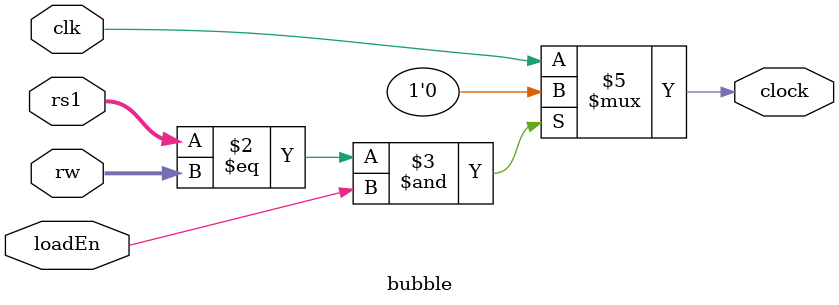
<source format=v>

module bubble(rs1, rw, loadEn, clk, clock);
  input [4:0] rs1, rw;
  input loadEn, clk;
  output reg clock;
  always @(rs1, rw, loadEn, clk)
    if((rs1 == rw) & loadEn)
      clock = 0;
    else 
      clock = clk;
endmodule
</source>
